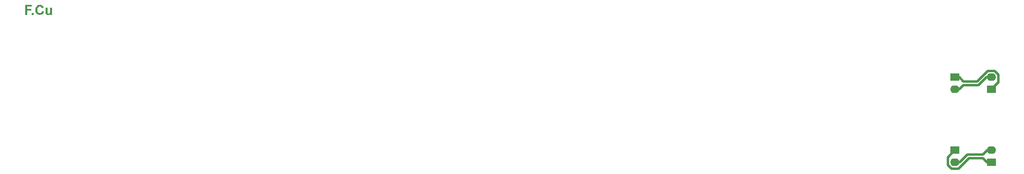
<source format=gbr>
%TF.GenerationSoftware,KiCad,Pcbnew,8.0.2-1*%
%TF.CreationDate,2024-10-12T13:21:48-07:00*%
%TF.ProjectId,TEE-CAN-SL,5445452d-4341-44e2-9d53-4c2e6b696361,R4*%
%TF.SameCoordinates,Original*%
%TF.FileFunction,Copper,L1,Top*%
%TF.FilePolarity,Positive*%
%FSLAX46Y46*%
G04 Gerber Fmt 4.6, Leading zero omitted, Abs format (unit mm)*
G04 Created by KiCad (PCBNEW 8.0.2-1) date 2024-10-12 13:21:48*
%MOMM*%
%LPD*%
G01*
G04 APERTURE LIST*
%ADD10C,0.300000*%
%TA.AperFunction,NonConductor*%
%ADD11C,0.300000*%
%TD*%
%TA.AperFunction,ComponentPad*%
%ADD12R,1.905000X1.600200*%
%TD*%
%TA.AperFunction,ComponentPad*%
%ADD13O,1.905000X1.600200*%
%TD*%
%TA.AperFunction,Conductor*%
%ADD14C,0.508000*%
%TD*%
G04 APERTURE END LIST*
D10*
D11*
G36*
X14485728Y-105369360D02*
G01*
X14485728Y-103304745D01*
X15888276Y-103304745D01*
X15888276Y-103654142D01*
X14898650Y-103654142D01*
X14898650Y-104130591D01*
X15752785Y-104130591D01*
X15752785Y-104479987D01*
X14898650Y-104479987D01*
X14898650Y-105369360D01*
X14485728Y-105369360D01*
G37*
G36*
X15901179Y-105369360D02*
G01*
X15901179Y-104988200D01*
X16293754Y-104988200D01*
X16293754Y-105369360D01*
X15901179Y-105369360D01*
G37*
G36*
X18003512Y-104575277D02*
G01*
X18404028Y-104702330D01*
X18372199Y-104803852D01*
X18334410Y-104896867D01*
X18281193Y-104997257D01*
X18219392Y-105085399D01*
X18149006Y-105161293D01*
X18097313Y-105205084D01*
X18013033Y-105260912D01*
X17920622Y-105305189D01*
X17820081Y-105337916D01*
X17711408Y-105359092D01*
X17594605Y-105368718D01*
X17553863Y-105369360D01*
X17454262Y-105365048D01*
X17336128Y-105347532D01*
X17225071Y-105316542D01*
X17121090Y-105272079D01*
X17024186Y-105214141D01*
X16934357Y-105142730D01*
X16883856Y-105093416D01*
X16808364Y-105002240D01*
X16745667Y-104901177D01*
X16695766Y-104790226D01*
X16665057Y-104694347D01*
X16642537Y-104592140D01*
X16628207Y-104483605D01*
X16622065Y-104368742D01*
X16621809Y-104339038D01*
X16625927Y-104216017D01*
X16638280Y-104100069D01*
X16658869Y-103991192D01*
X16687693Y-103889389D01*
X16724753Y-103794657D01*
X16782659Y-103686188D01*
X16853433Y-103588769D01*
X16885345Y-103552896D01*
X16971902Y-103472257D01*
X17066553Y-103405285D01*
X17169298Y-103351981D01*
X17280138Y-103312345D01*
X17399071Y-103286376D01*
X17500045Y-103275442D01*
X17579175Y-103272982D01*
X17693128Y-103278725D01*
X17800174Y-103295955D01*
X17900314Y-103324672D01*
X17993548Y-103364875D01*
X18079874Y-103416565D01*
X18159295Y-103479742D01*
X18189129Y-103508229D01*
X18254517Y-103585528D01*
X18311219Y-103677964D01*
X18353709Y-103771263D01*
X18389550Y-103876151D01*
X18398568Y-103908248D01*
X17989616Y-103971775D01*
X17955383Y-103868575D01*
X17902501Y-103781445D01*
X17838244Y-103716179D01*
X17753219Y-103662775D01*
X17656466Y-103631539D01*
X17558330Y-103622378D01*
X17450012Y-103632490D01*
X17352365Y-103662827D01*
X17265388Y-103713388D01*
X17189082Y-103784173D01*
X17127199Y-103877632D01*
X17087556Y-103980020D01*
X17064350Y-104083092D01*
X17051089Y-104200297D01*
X17047636Y-104308763D01*
X17051041Y-104423557D01*
X17061255Y-104527543D01*
X17082501Y-104638059D01*
X17113553Y-104733012D01*
X17162173Y-104824119D01*
X17187096Y-104856680D01*
X17262069Y-104928116D01*
X17347526Y-104979142D01*
X17443467Y-105009758D01*
X17549893Y-105019963D01*
X17657720Y-105007296D01*
X17754639Y-104969294D01*
X17833281Y-104912762D01*
X17900873Y-104833742D01*
X17950517Y-104742069D01*
X17985747Y-104644236D01*
X18003512Y-104575277D01*
G37*
G36*
X19719723Y-105369360D02*
G01*
X19719723Y-105147513D01*
X19651861Y-105229286D01*
X19569623Y-105296682D01*
X19506810Y-105333626D01*
X19414572Y-105372054D01*
X19309802Y-105395784D01*
X19228384Y-105401123D01*
X19120974Y-105391840D01*
X19022078Y-105363993D01*
X18960878Y-105335115D01*
X18875314Y-105272719D01*
X18811375Y-105192794D01*
X18789158Y-105149994D01*
X18756797Y-105047516D01*
X18741239Y-104942604D01*
X18736105Y-104833017D01*
X18736053Y-104819954D01*
X18736053Y-103876485D01*
X19128132Y-103876485D01*
X19128132Y-104569818D01*
X19128882Y-104680462D01*
X19131654Y-104787671D01*
X19138218Y-104890894D01*
X19149472Y-104959911D01*
X19199067Y-105047518D01*
X19228384Y-105073564D01*
X19321854Y-105111182D01*
X19373801Y-105115253D01*
X19474437Y-105099425D01*
X19553462Y-105059171D01*
X19627337Y-104987599D01*
X19662648Y-104920207D01*
X19681607Y-104812736D01*
X19688470Y-104707109D01*
X19691472Y-104590003D01*
X19691930Y-104512743D01*
X19691930Y-103876485D01*
X20084008Y-103876485D01*
X20084008Y-105369360D01*
X19719723Y-105369360D01*
G37*
D12*
%TO.P,J4,1,Pin_1*%
%TO.N,/CAN_L*%
X215582580Y-136163855D03*
D13*
%TO.P,J4,2,Pin_2*%
%TO.N,/CAN_H*%
X215582580Y-133623855D03*
%TD*%
D12*
%TO.P,J2,1,Pin_1*%
%TO.N,/CAN_L*%
X215582580Y-120923855D03*
D13*
%TO.P,J2,2,Pin_2*%
%TO.N,/CAN_H*%
X215582580Y-118383855D03*
%TD*%
D12*
%TO.P,J3,1,Pin_1*%
%TO.N,/CAN_L*%
X207962580Y-133623855D03*
D13*
%TO.P,J3,2,Pin_2*%
%TO.N,/CAN_H*%
X207962580Y-136163855D03*
%TD*%
D12*
%TO.P,J1,1,Pin_1*%
%TO.N,/CAN_L*%
X207962580Y-118383855D03*
D13*
%TO.P,J1,2,Pin_2*%
%TO.N,/CAN_H*%
X207962580Y-120923855D03*
%TD*%
D14*
%TO.N,/CAN_L*%
X207268347Y-137471955D02*
X208748110Y-137471955D01*
X206502080Y-136705688D02*
X207268347Y-137471955D01*
X207962580Y-133623855D02*
X206502080Y-135084355D01*
X217043080Y-119463355D02*
X217043080Y-117842022D01*
X214668180Y-136163855D02*
X215582580Y-136163855D01*
X214797050Y-117075755D02*
X212599950Y-119272855D01*
X216276813Y-117075755D02*
X214797050Y-117075755D01*
X212599950Y-119272855D02*
X209791380Y-119272855D01*
X208902380Y-118383855D02*
X207962580Y-118383855D01*
X209791380Y-119272855D02*
X208902380Y-118383855D01*
X206502080Y-135084355D02*
X206502080Y-136705688D01*
X210945210Y-135274855D02*
X213779180Y-135274855D01*
X217043080Y-117842022D02*
X216276813Y-117075755D01*
X208748110Y-137471955D02*
X210945210Y-135274855D01*
X213779180Y-135274855D02*
X214668180Y-136163855D01*
X215582580Y-120923855D02*
X217043080Y-119463355D01*
%TO.N,/CAN_H*%
X215582580Y-118383855D02*
X214566580Y-118383855D01*
X207962580Y-136163855D02*
X208978580Y-136163855D01*
X208876980Y-120923855D02*
X207962580Y-120923855D01*
X214718980Y-133623855D02*
X215582580Y-133623855D01*
X208978580Y-136163855D02*
X210629580Y-134512855D01*
X212915580Y-120034855D02*
X209765980Y-120034855D01*
X210629580Y-134512855D02*
X213829980Y-134512855D01*
X209765980Y-120034855D02*
X208876980Y-120923855D01*
X213829980Y-134512855D02*
X214718980Y-133623855D01*
X214566580Y-118383855D02*
X212915580Y-120034855D01*
%TD*%
M02*

</source>
